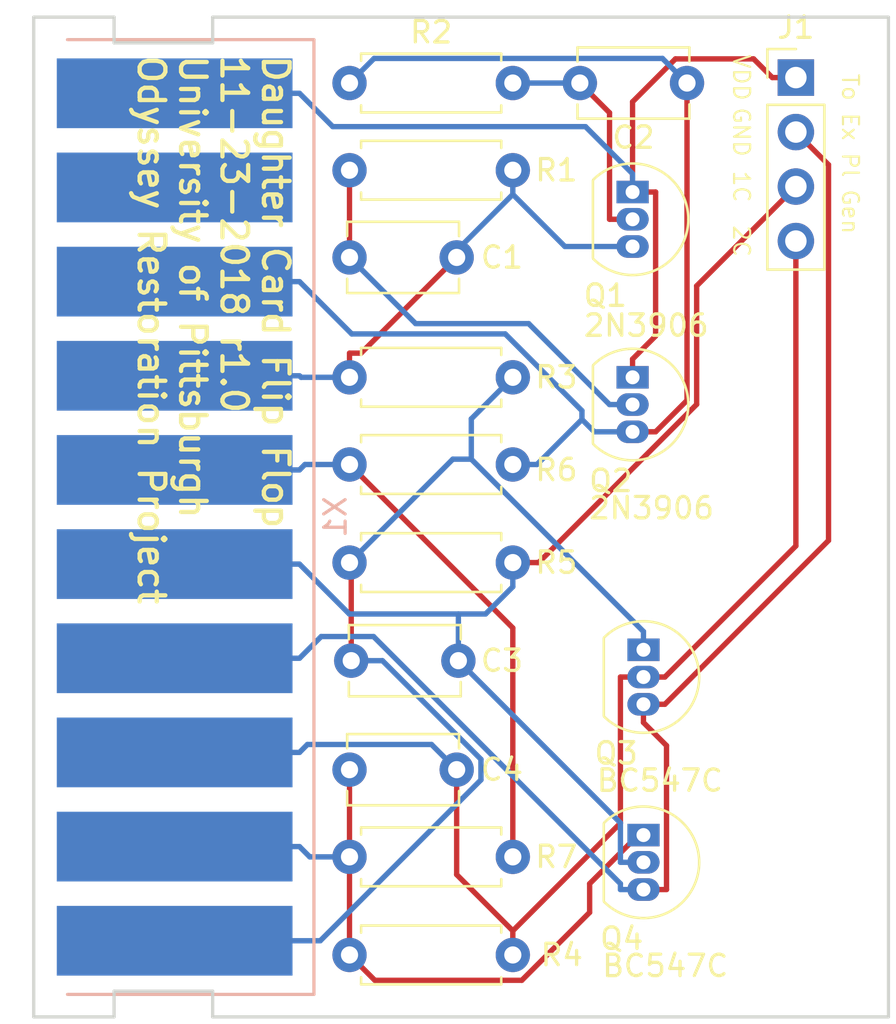
<source format=kicad_pcb>
(kicad_pcb (version 20171130) (host pcbnew "(5.0.1)-3")

  (general
    (thickness 1.6)
    (drawings 18)
    (tracks 121)
    (zones 0)
    (modules 17)
    (nets 12)
  )

  (page A4)
  (title_block
    (title "Odyssey Daughter Card Flip Flop")
    (date 2018-11-23)
    (rev 1.0)
    (company "University of Pittsburgh - Odyssey Restoration Project")
    (comment 1 "Levi Burner")
  )

  (layers
    (0 F.Cu signal)
    (31 B.Cu signal)
    (32 B.Adhes user)
    (33 F.Adhes user)
    (34 B.Paste user)
    (35 F.Paste user)
    (36 B.SilkS user)
    (37 F.SilkS user)
    (38 B.Mask user)
    (39 F.Mask user)
    (40 Dwgs.User user)
    (41 Cmts.User user)
    (42 Eco1.User user)
    (43 Eco2.User user)
    (44 Edge.Cuts user)
    (45 Margin user)
    (46 B.CrtYd user)
    (47 F.CrtYd user)
    (48 B.Fab user)
    (49 F.Fab user)
  )

  (setup
    (last_trace_width 0.25)
    (user_trace_width 2.5)
    (trace_clearance 0.2)
    (zone_clearance 0.508)
    (zone_45_only no)
    (trace_min 0.2)
    (segment_width 0.2)
    (edge_width 0.15)
    (via_size 0.8)
    (via_drill 0.4)
    (via_min_size 0.4)
    (via_min_drill 0.3)
    (uvia_size 0.3)
    (uvia_drill 0.1)
    (uvias_allowed no)
    (uvia_min_size 0.2)
    (uvia_min_drill 0.1)
    (pcb_text_width 0.3)
    (pcb_text_size 1.5 1.5)
    (mod_edge_width 0.15)
    (mod_text_size 1 1)
    (mod_text_width 0.15)
    (pad_size 1.05 1.5)
    (pad_drill 0.65)
    (pad_to_mask_clearance 0.2)
    (solder_mask_min_width 0.25)
    (aux_axis_origin 0 0)
    (visible_elements 7FFFFFFF)
    (pcbplotparams
      (layerselection 0x010f0_ffffffff)
      (usegerberextensions false)
      (usegerberattributes false)
      (usegerberadvancedattributes false)
      (creategerberjobfile false)
      (excludeedgelayer true)
      (linewidth 0.100000)
      (plotframeref false)
      (viasonmask false)
      (mode 1)
      (useauxorigin false)
      (hpglpennumber 1)
      (hpglpenspeed 20)
      (hpglpendiameter 15.000000)
      (psnegative false)
      (psa4output false)
      (plotreference true)
      (plotvalue true)
      (plotinvisibletext false)
      (padsonsilk false)
      (subtractmaskfromsilk false)
      (outputformat 1)
      (mirror false)
      (drillshape 0)
      (scaleselection 1)
      (outputdirectory "gerbers/"))
  )

  (net 0 "")
  (net 1 /Card7)
  (net 2 "Net-(C1-Pad1)")
  (net 3 "Net-(C2-Pad2)")
  (net 4 /Card8)
  (net 5 /Card5)
  (net 6 /Card1)
  (net 7 /Card2)
  (net 8 /Card3)
  (net 9 /Card10)
  (net 10 GND)
  (net 11 /Card6)

  (net_class Default "This is the default net class."
    (clearance 0.2)
    (trace_width 0.25)
    (via_dia 0.8)
    (via_drill 0.4)
    (uvia_dia 0.3)
    (uvia_drill 0.1)
    (add_net /Card1)
    (add_net /Card10)
    (add_net /Card2)
    (add_net /Card3)
    (add_net /Card5)
    (add_net /Card6)
    (add_net /Card7)
    (add_net /Card8)
    (add_net GND)
    (add_net "Net-(C1-Pad1)")
    (add_net "Net-(C2-Pad2)")
  )

  (module Odyssey_Daughter_Card:Odyssey_Daughter_Card (layer F.Cu) (tedit 5B0D8ECD) (tstamp 5B2441A7)
    (at 129 101)
    (path /5B0D981F)
    (fp_text reference X1 (at 7.5 0 90) (layer B.SilkS)
      (effects (font (size 1 1) (thickness 0.15)) (justify mirror))
    )
    (fp_text value OdysseyDaughterCard (at 0 -23.25) (layer F.Fab)
      (effects (font (size 1 1) (thickness 0.15)))
    )
    (fp_line (start -5 -22.25) (end 6.5 -22.25) (layer B.SilkS) (width 0.15))
    (fp_line (start 6.5 -22.25) (end 6.5 22.25) (layer B.SilkS) (width 0.15))
    (fp_line (start 6.5 22.25) (end -5 22.25) (layer B.SilkS) (width 0.15))
    (pad 10 smd rect (at 0 -19.75) (size 11 3.25) (layers B.Cu B.Mask)
      (net 9 /Card10))
    (pad 9 smd rect (at 0 -15.361112) (size 11 3.25) (layers B.Cu B.Mask))
    (pad 8 smd rect (at 0 -10.972224) (size 11 3.25) (layers B.Cu B.Mask)
      (net 4 /Card8))
    (pad 7 smd rect (at 0 -6.583336) (size 11 3.25) (layers B.Cu B.Mask)
      (net 1 /Card7))
    (pad 6 smd rect (at 0 -2.194448) (size 11 3.25) (layers B.Cu B.Mask)
      (net 11 /Card6))
    (pad 5 smd rect (at 0 2.19444) (size 11 3.25) (layers B.Cu B.Mask)
      (net 5 /Card5))
    (pad 4 smd rect (at 0 6.583328) (size 11 3.25) (layers B.Cu B.Mask)
      (net 10 GND))
    (pad 3 smd rect (at 0 10.972216) (size 11 3.25) (layers B.Cu B.Mask)
      (net 8 /Card3))
    (pad 2 smd rect (at 0 15.361104) (size 11 3.25) (layers B.Cu B.Mask)
      (net 7 /Card2))
    (pad 1 smd rect (at 0 19.749992) (size 11 3.25) (layers B.Cu B.Mask)
      (net 6 /Card1))
  )

  (module Capacitor_THT:C_Disc_D5.1mm_W3.2mm_P5.00mm (layer F.Cu) (tedit 5A142A3B) (tstamp 5B8EF54F)
    (at 137.16 88.9)
    (descr "C, Disc series, Radial, pin pitch=5.00mm, diameter*width=5.1*3.2mm^2, Capacitor, http://www.vishay.com/docs/45233/krseries.pdf")
    (tags "C Disc series Radial pin pitch 5.00mm  diameter 5.1mm width 3.2mm Capacitor")
    (path /5B785150)
    (fp_text reference C1 (at 7.112 0) (layer F.SilkS)
      (effects (font (size 1 1) (thickness 0.15)))
    )
    (fp_text value 0.1u (at 2.5 2.91) (layer F.Fab)
      (effects (font (size 1 1) (thickness 0.15)))
    )
    (fp_text user %R (at 2.5 0) (layer F.Fab)
      (effects (font (size 1 1) (thickness 0.15)))
    )
    (fp_line (start 6.05 -1.95) (end -1.05 -1.95) (layer F.CrtYd) (width 0.05))
    (fp_line (start 6.05 1.95) (end 6.05 -1.95) (layer F.CrtYd) (width 0.05))
    (fp_line (start -1.05 1.95) (end 6.05 1.95) (layer F.CrtYd) (width 0.05))
    (fp_line (start -1.05 -1.95) (end -1.05 1.95) (layer F.CrtYd) (width 0.05))
    (fp_line (start 5.11 0.996) (end 5.11 1.66) (layer F.SilkS) (width 0.12))
    (fp_line (start 5.11 -1.66) (end 5.11 -0.996) (layer F.SilkS) (width 0.12))
    (fp_line (start -0.11 0.996) (end -0.11 1.66) (layer F.SilkS) (width 0.12))
    (fp_line (start -0.11 -1.66) (end -0.11 -0.996) (layer F.SilkS) (width 0.12))
    (fp_line (start -0.11 1.66) (end 5.11 1.66) (layer F.SilkS) (width 0.12))
    (fp_line (start -0.11 -1.66) (end 5.11 -1.66) (layer F.SilkS) (width 0.12))
    (fp_line (start 5.05 -1.6) (end -0.05 -1.6) (layer F.Fab) (width 0.1))
    (fp_line (start 5.05 1.6) (end 5.05 -1.6) (layer F.Fab) (width 0.1))
    (fp_line (start -0.05 1.6) (end 5.05 1.6) (layer F.Fab) (width 0.1))
    (fp_line (start -0.05 -1.6) (end -0.05 1.6) (layer F.Fab) (width 0.1))
    (pad 2 thru_hole circle (at 5 0) (size 1.6 1.6) (drill 0.8) (layers *.Cu *.Mask)
      (net 1 /Card7))
    (pad 1 thru_hole circle (at 0 0) (size 1.6 1.6) (drill 0.8) (layers *.Cu *.Mask)
      (net 2 "Net-(C1-Pad1)"))
    (model ${KISYS3DMOD}/Capacitor_THT.3dshapes/C_Disc_D5.1mm_W3.2mm_P5.00mm.wrl
      (at (xyz 0 0 0))
      (scale (xyz 1 1 1))
      (rotate (xyz 0 0 0))
    )
  )

  (module Capacitor_THT:C_Disc_D5.1mm_W3.2mm_P5.00mm (layer F.Cu) (tedit 5A142A3B) (tstamp 5B8EF564)
    (at 152.908 80.772 180)
    (descr "C, Disc series, Radial, pin pitch=5.00mm, diameter*width=5.1*3.2mm^2, Capacitor, http://www.vishay.com/docs/45233/krseries.pdf")
    (tags "C Disc series Radial pin pitch 5.00mm  diameter 5.1mm width 3.2mm Capacitor")
    (path /5B784CAC)
    (fp_text reference C2 (at 2.5 -2.54 180) (layer F.SilkS)
      (effects (font (size 1 1) (thickness 0.15)))
    )
    (fp_text value 0.1u (at 2.5 2.91 180) (layer F.Fab)
      (effects (font (size 1 1) (thickness 0.15)))
    )
    (fp_text user %R (at 2.5 0 180) (layer F.Fab)
      (effects (font (size 1 1) (thickness 0.15)))
    )
    (fp_line (start 6.05 -1.95) (end -1.05 -1.95) (layer F.CrtYd) (width 0.05))
    (fp_line (start 6.05 1.95) (end 6.05 -1.95) (layer F.CrtYd) (width 0.05))
    (fp_line (start -1.05 1.95) (end 6.05 1.95) (layer F.CrtYd) (width 0.05))
    (fp_line (start -1.05 -1.95) (end -1.05 1.95) (layer F.CrtYd) (width 0.05))
    (fp_line (start 5.11 0.996) (end 5.11 1.66) (layer F.SilkS) (width 0.12))
    (fp_line (start 5.11 -1.66) (end 5.11 -0.996) (layer F.SilkS) (width 0.12))
    (fp_line (start -0.11 0.996) (end -0.11 1.66) (layer F.SilkS) (width 0.12))
    (fp_line (start -0.11 -1.66) (end -0.11 -0.996) (layer F.SilkS) (width 0.12))
    (fp_line (start -0.11 1.66) (end 5.11 1.66) (layer F.SilkS) (width 0.12))
    (fp_line (start -0.11 -1.66) (end 5.11 -1.66) (layer F.SilkS) (width 0.12))
    (fp_line (start 5.05 -1.6) (end -0.05 -1.6) (layer F.Fab) (width 0.1))
    (fp_line (start 5.05 1.6) (end 5.05 -1.6) (layer F.Fab) (width 0.1))
    (fp_line (start -0.05 1.6) (end 5.05 1.6) (layer F.Fab) (width 0.1))
    (fp_line (start -0.05 -1.6) (end -0.05 1.6) (layer F.Fab) (width 0.1))
    (pad 2 thru_hole circle (at 5 0 180) (size 1.6 1.6) (drill 0.8) (layers *.Cu *.Mask)
      (net 3 "Net-(C2-Pad2)"))
    (pad 1 thru_hole circle (at 0 0 180) (size 1.6 1.6) (drill 0.8) (layers *.Cu *.Mask)
      (net 4 /Card8))
    (model ${KISYS3DMOD}/Capacitor_THT.3dshapes/C_Disc_D5.1mm_W3.2mm_P5.00mm.wrl
      (at (xyz 0 0 0))
      (scale (xyz 1 1 1))
      (rotate (xyz 0 0 0))
    )
  )

  (module Capacitor_THT:C_Disc_D5.1mm_W3.2mm_P5.00mm (layer F.Cu) (tedit 5A142A3B) (tstamp 5B8EF579)
    (at 142.24 107.696 180)
    (descr "C, Disc series, Radial, pin pitch=5.00mm, diameter*width=5.1*3.2mm^2, Capacitor, http://www.vishay.com/docs/45233/krseries.pdf")
    (tags "C Disc series Radial pin pitch 5.00mm  diameter 5.1mm width 3.2mm Capacitor")
    (path /5B785102)
    (fp_text reference C3 (at -2.032 0 180) (layer F.SilkS)
      (effects (font (size 1 1) (thickness 0.15)))
    )
    (fp_text value 100p (at 2.5 2.91 180) (layer F.Fab)
      (effects (font (size 1 1) (thickness 0.15)))
    )
    (fp_line (start -0.05 -1.6) (end -0.05 1.6) (layer F.Fab) (width 0.1))
    (fp_line (start -0.05 1.6) (end 5.05 1.6) (layer F.Fab) (width 0.1))
    (fp_line (start 5.05 1.6) (end 5.05 -1.6) (layer F.Fab) (width 0.1))
    (fp_line (start 5.05 -1.6) (end -0.05 -1.6) (layer F.Fab) (width 0.1))
    (fp_line (start -0.11 -1.66) (end 5.11 -1.66) (layer F.SilkS) (width 0.12))
    (fp_line (start -0.11 1.66) (end 5.11 1.66) (layer F.SilkS) (width 0.12))
    (fp_line (start -0.11 -1.66) (end -0.11 -0.996) (layer F.SilkS) (width 0.12))
    (fp_line (start -0.11 0.996) (end -0.11 1.66) (layer F.SilkS) (width 0.12))
    (fp_line (start 5.11 -1.66) (end 5.11 -0.996) (layer F.SilkS) (width 0.12))
    (fp_line (start 5.11 0.996) (end 5.11 1.66) (layer F.SilkS) (width 0.12))
    (fp_line (start -1.05 -1.95) (end -1.05 1.95) (layer F.CrtYd) (width 0.05))
    (fp_line (start -1.05 1.95) (end 6.05 1.95) (layer F.CrtYd) (width 0.05))
    (fp_line (start 6.05 1.95) (end 6.05 -1.95) (layer F.CrtYd) (width 0.05))
    (fp_line (start 6.05 -1.95) (end -1.05 -1.95) (layer F.CrtYd) (width 0.05))
    (fp_text user %R (at 2.5 0 180) (layer F.Fab)
      (effects (font (size 1 1) (thickness 0.15)))
    )
    (pad 1 thru_hole circle (at 0 0 180) (size 1.6 1.6) (drill 0.8) (layers *.Cu *.Mask)
      (net 5 /Card5))
    (pad 2 thru_hole circle (at 5 0 180) (size 1.6 1.6) (drill 0.8) (layers *.Cu *.Mask)
      (net 6 /Card1))
    (model ${KISYS3DMOD}/Capacitor_THT.3dshapes/C_Disc_D5.1mm_W3.2mm_P5.00mm.wrl
      (at (xyz 0 0 0))
      (scale (xyz 1 1 1))
      (rotate (xyz 0 0 0))
    )
  )

  (module Capacitor_THT:C_Disc_D5.1mm_W3.2mm_P5.00mm (layer F.Cu) (tedit 5A142A3B) (tstamp 5B8EF58E)
    (at 137.16 112.776)
    (descr "C, Disc series, Radial, pin pitch=5.00mm, diameter*width=5.1*3.2mm^2, Capacitor, http://www.vishay.com/docs/45233/krseries.pdf")
    (tags "C Disc series Radial pin pitch 5.00mm  diameter 5.1mm width 3.2mm Capacitor")
    (path /5B784C18)
    (fp_text reference C4 (at 7.112 0) (layer F.SilkS)
      (effects (font (size 1 1) (thickness 0.15)))
    )
    (fp_text value 100p (at 2.5 2.91) (layer F.Fab)
      (effects (font (size 1 1) (thickness 0.15)))
    )
    (fp_line (start -0.05 -1.6) (end -0.05 1.6) (layer F.Fab) (width 0.1))
    (fp_line (start -0.05 1.6) (end 5.05 1.6) (layer F.Fab) (width 0.1))
    (fp_line (start 5.05 1.6) (end 5.05 -1.6) (layer F.Fab) (width 0.1))
    (fp_line (start 5.05 -1.6) (end -0.05 -1.6) (layer F.Fab) (width 0.1))
    (fp_line (start -0.11 -1.66) (end 5.11 -1.66) (layer F.SilkS) (width 0.12))
    (fp_line (start -0.11 1.66) (end 5.11 1.66) (layer F.SilkS) (width 0.12))
    (fp_line (start -0.11 -1.66) (end -0.11 -0.996) (layer F.SilkS) (width 0.12))
    (fp_line (start -0.11 0.996) (end -0.11 1.66) (layer F.SilkS) (width 0.12))
    (fp_line (start 5.11 -1.66) (end 5.11 -0.996) (layer F.SilkS) (width 0.12))
    (fp_line (start 5.11 0.996) (end 5.11 1.66) (layer F.SilkS) (width 0.12))
    (fp_line (start -1.05 -1.95) (end -1.05 1.95) (layer F.CrtYd) (width 0.05))
    (fp_line (start -1.05 1.95) (end 6.05 1.95) (layer F.CrtYd) (width 0.05))
    (fp_line (start 6.05 1.95) (end 6.05 -1.95) (layer F.CrtYd) (width 0.05))
    (fp_line (start 6.05 -1.95) (end -1.05 -1.95) (layer F.CrtYd) (width 0.05))
    (fp_text user %R (at 2.5 0) (layer F.Fab)
      (effects (font (size 1 1) (thickness 0.15)))
    )
    (pad 1 thru_hole circle (at 0 0) (size 1.6 1.6) (drill 0.8) (layers *.Cu *.Mask)
      (net 7 /Card2))
    (pad 2 thru_hole circle (at 5 0) (size 1.6 1.6) (drill 0.8) (layers *.Cu *.Mask)
      (net 8 /Card3))
    (model ${KISYS3DMOD}/Capacitor_THT.3dshapes/C_Disc_D5.1mm_W3.2mm_P5.00mm.wrl
      (at (xyz 0 0 0))
      (scale (xyz 1 1 1))
      (rotate (xyz 0 0 0))
    )
  )

  (module Package_TO_SOT_THT:TO-92_Inline (layer F.Cu) (tedit 5B784CAA) (tstamp 5B8EF5A0)
    (at 150.368 85.852 270)
    (descr "TO-92 leads in-line, narrow, oval pads, drill 0.75mm (see NXP sot054_po.pdf)")
    (tags "to-92 sc-43 sc-43a sot54 PA33 transistor")
    (path /5B7844FC)
    (fp_text reference Q1 (at 4.826 1.27) (layer F.SilkS)
      (effects (font (size 1 1) (thickness 0.15)))
    )
    (fp_text value 2N3906 (at 6.223 -0.635) (layer F.SilkS)
      (effects (font (size 1 1) (thickness 0.15)))
    )
    (fp_text user %R (at 4.826 1.27) (layer F.Fab)
      (effects (font (size 1 1) (thickness 0.15)))
    )
    (fp_line (start -0.53 1.85) (end 3.07 1.85) (layer F.SilkS) (width 0.12))
    (fp_line (start -0.5 1.75) (end 3 1.75) (layer F.Fab) (width 0.1))
    (fp_line (start -1.46 -2.73) (end 4 -2.73) (layer F.CrtYd) (width 0.05))
    (fp_line (start -1.46 -2.73) (end -1.46 2.01) (layer F.CrtYd) (width 0.05))
    (fp_line (start 4 2.01) (end 4 -2.73) (layer F.CrtYd) (width 0.05))
    (fp_line (start 4 2.01) (end -1.46 2.01) (layer F.CrtYd) (width 0.05))
    (fp_arc (start 1.27 0) (end 1.27 -2.48) (angle 135) (layer F.Fab) (width 0.1))
    (fp_arc (start 1.27 0) (end 1.27 -2.6) (angle -135) (layer F.SilkS) (width 0.12))
    (fp_arc (start 1.27 0) (end 1.27 -2.48) (angle -135) (layer F.Fab) (width 0.1))
    (fp_arc (start 1.27 0) (end 1.27 -2.6) (angle 135) (layer F.SilkS) (width 0.12))
    (pad 2 thru_hole oval (at 1.27 0 270) (size 1.05 1.5) (drill 0.65) (layers *.Cu *.Mask)
      (net 3 "Net-(C2-Pad2)"))
    (pad 3 thru_hole oval (at 2.54 0 270) (size 1.05 1.5) (drill 0.65) (layers *.Cu *.Mask)
      (net 1 /Card7))
    (pad 1 thru_hole rect (at 0 0 270) (size 1.05 1.5) (drill 0.65) (layers *.Cu *.Mask)
      (net 9 /Card10))
    (model ${KISYS3DMOD}/Package_TO_SOT_THT.3dshapes/TO-92_Inline.wrl
      (at (xyz 0 0 0))
      (scale (xyz 1 1 1))
      (rotate (xyz 0 0 0))
    )
  )

  (module Package_TO_SOT_THT:TO-92_Inline (layer F.Cu) (tedit 5B784CB7) (tstamp 5B8EF5B2)
    (at 150.368 94.488 270)
    (descr "TO-92 leads in-line, narrow, oval pads, drill 0.75mm (see NXP sot054_po.pdf)")
    (tags "to-92 sc-43 sc-43a sot54 PA33 transistor")
    (path /5B784524)
    (fp_text reference Q2 (at 4.826 1.016) (layer F.SilkS)
      (effects (font (size 1 1) (thickness 0.15)))
    )
    (fp_text value 2N3906 (at 6.096 -0.889) (layer F.SilkS)
      (effects (font (size 1 1) (thickness 0.15)))
    )
    (fp_arc (start 1.27 0) (end 1.27 -2.6) (angle 135) (layer F.SilkS) (width 0.12))
    (fp_arc (start 1.27 0) (end 1.27 -2.48) (angle -135) (layer F.Fab) (width 0.1))
    (fp_arc (start 1.27 0) (end 1.27 -2.6) (angle -135) (layer F.SilkS) (width 0.12))
    (fp_arc (start 1.27 0) (end 1.27 -2.48) (angle 135) (layer F.Fab) (width 0.1))
    (fp_line (start 4 2.01) (end -1.46 2.01) (layer F.CrtYd) (width 0.05))
    (fp_line (start 4 2.01) (end 4 -2.73) (layer F.CrtYd) (width 0.05))
    (fp_line (start -1.46 -2.73) (end -1.46 2.01) (layer F.CrtYd) (width 0.05))
    (fp_line (start -1.46 -2.73) (end 4 -2.73) (layer F.CrtYd) (width 0.05))
    (fp_line (start -0.5 1.75) (end 3 1.75) (layer F.Fab) (width 0.1))
    (fp_line (start -0.53 1.85) (end 3.07 1.85) (layer F.SilkS) (width 0.12))
    (fp_text user %R (at 4.826 1.016) (layer F.Fab)
      (effects (font (size 1 1) (thickness 0.15)))
    )
    (pad 1 thru_hole rect (at 0 0 270) (size 1.05 1.5) (drill 0.65) (layers *.Cu *.Mask)
      (net 9 /Card10))
    (pad 3 thru_hole oval (at 2.54 0 270) (size 1.05 1.5) (drill 0.65) (layers *.Cu *.Mask)
      (net 4 /Card8))
    (pad 2 thru_hole oval (at 1.27 0 270) (size 1.05 1.5) (drill 0.65) (layers *.Cu *.Mask)
      (net 2 "Net-(C1-Pad1)"))
    (model ${KISYS3DMOD}/Package_TO_SOT_THT.3dshapes/TO-92_Inline.wrl
      (at (xyz 0 0 0))
      (scale (xyz 1 1 1))
      (rotate (xyz 0 0 0))
    )
  )

  (module Package_TO_SOT_THT:TO-92_Inline (layer F.Cu) (tedit 5B784CC5) (tstamp 5B8EF5C4)
    (at 150.876 107.188 270)
    (descr "TO-92 leads in-line, narrow, oval pads, drill 0.75mm (see NXP sot054_po.pdf)")
    (tags "to-92 sc-43 sc-43a sot54 PA33 transistor")
    (path /5B7845A4)
    (fp_text reference Q3 (at 4.826 1.27) (layer F.SilkS)
      (effects (font (size 1 1) (thickness 0.15)))
    )
    (fp_text value BC547C (at 6.096 -0.762) (layer F.SilkS)
      (effects (font (size 1 1) (thickness 0.15)))
    )
    (fp_text user %R (at 4.826 1.27) (layer F.Fab)
      (effects (font (size 1 1) (thickness 0.15)))
    )
    (fp_line (start -0.53 1.85) (end 3.07 1.85) (layer F.SilkS) (width 0.12))
    (fp_line (start -0.5 1.75) (end 3 1.75) (layer F.Fab) (width 0.1))
    (fp_line (start -1.46 -2.73) (end 4 -2.73) (layer F.CrtYd) (width 0.05))
    (fp_line (start -1.46 -2.73) (end -1.46 2.01) (layer F.CrtYd) (width 0.05))
    (fp_line (start 4 2.01) (end 4 -2.73) (layer F.CrtYd) (width 0.05))
    (fp_line (start 4 2.01) (end -1.46 2.01) (layer F.CrtYd) (width 0.05))
    (fp_arc (start 1.27 0) (end 1.27 -2.48) (angle 135) (layer F.Fab) (width 0.1))
    (fp_arc (start 1.27 0) (end 1.27 -2.6) (angle -135) (layer F.SilkS) (width 0.12))
    (fp_arc (start 1.27 0) (end 1.27 -2.48) (angle -135) (layer F.Fab) (width 0.1))
    (fp_arc (start 1.27 0) (end 1.27 -2.6) (angle 135) (layer F.SilkS) (width 0.12))
    (pad 2 thru_hole oval (at 1.27 0 270) (size 1.05 1.5) (drill 0.65) (layers *.Cu *.Mask)
      (net 8 /Card3))
    (pad 3 thru_hole oval (at 2.54 0 270) (size 1.05 1.5) (drill 0.65) (layers *.Cu *.Mask)
      (net 10 GND))
    (pad 1 thru_hole rect (at 0 0 270) (size 1.05 1.5) (drill 0.65) (layers *.Cu *.Mask)
      (net 6 /Card1))
    (model ${KISYS3DMOD}/Package_TO_SOT_THT.3dshapes/TO-92_Inline.wrl
      (at (xyz 0 0 0))
      (scale (xyz 1 1 1))
      (rotate (xyz 0 0 0))
    )
  )

  (module Package_TO_SOT_THT:TO-92_Inline (layer F.Cu) (tedit 5B784CD2) (tstamp 5B8EF5D6)
    (at 150.876 115.824 270)
    (descr "TO-92 leads in-line, narrow, oval pads, drill 0.75mm (see NXP sot054_po.pdf)")
    (tags "to-92 sc-43 sc-43a sot54 PA33 transistor")
    (path /5B7845DC)
    (fp_text reference Q4 (at 4.826 1.016) (layer F.SilkS)
      (effects (font (size 1 1) (thickness 0.15)))
    )
    (fp_text value BC547C (at 6.096 -1.016) (layer F.SilkS)
      (effects (font (size 1 1) (thickness 0.15)))
    )
    (fp_arc (start 1.27 0) (end 1.27 -2.6) (angle 135) (layer F.SilkS) (width 0.12))
    (fp_arc (start 1.27 0) (end 1.27 -2.48) (angle -135) (layer F.Fab) (width 0.1))
    (fp_arc (start 1.27 0) (end 1.27 -2.6) (angle -135) (layer F.SilkS) (width 0.12))
    (fp_arc (start 1.27 0) (end 1.27 -2.48) (angle 135) (layer F.Fab) (width 0.1))
    (fp_line (start 4 2.01) (end -1.46 2.01) (layer F.CrtYd) (width 0.05))
    (fp_line (start 4 2.01) (end 4 -2.73) (layer F.CrtYd) (width 0.05))
    (fp_line (start -1.46 -2.73) (end -1.46 2.01) (layer F.CrtYd) (width 0.05))
    (fp_line (start -1.46 -2.73) (end 4 -2.73) (layer F.CrtYd) (width 0.05))
    (fp_line (start -0.5 1.75) (end 3 1.75) (layer F.Fab) (width 0.1))
    (fp_line (start -0.53 1.85) (end 3.07 1.85) (layer F.SilkS) (width 0.12))
    (fp_text user %R (at 4.826 1.016) (layer F.Fab)
      (effects (font (size 1 1) (thickness 0.15)))
    )
    (pad 1 thru_hole rect (at 0 0 270) (size 1.05 1.5) (drill 0.65) (layers *.Cu *.Mask)
      (net 7 /Card2))
    (pad 3 thru_hole oval (at 2.54 0 270) (size 1.05 1.5) (drill 0.65) (layers *.Cu *.Mask)
      (net 10 GND))
    (pad 2 thru_hole oval (at 1.27 0 270) (size 1.05 1.5) (drill 0.65) (layers *.Cu *.Mask)
      (net 5 /Card5))
    (model ${KISYS3DMOD}/Package_TO_SOT_THT.3dshapes/TO-92_Inline.wrl
      (at (xyz 0 0 0))
      (scale (xyz 1 1 1))
      (rotate (xyz 0 0 0))
    )
  )

  (module Resistor_THT:R_Axial_DIN0207_L6.3mm_D2.5mm_P7.62mm_Horizontal (layer F.Cu) (tedit 5A24F4B6) (tstamp 5B8EF5ED)
    (at 137.16 84.836)
    (descr "Resistor, Axial_DIN0207 series, Axial, Horizontal, pin pitch=7.62mm, 0.25W = 1/4W, length*diameter=6.3*2.5mm^2, http://cdn-reichelt.de/documents/datenblatt/B400/1_4W%23YAG.pdf")
    (tags "Resistor Axial_DIN0207 series Axial Horizontal pin pitch 7.62mm 0.25W = 1/4W length 6.3mm diameter 2.5mm")
    (path /5B78468C)
    (fp_text reference R1 (at 9.652 0) (layer F.SilkS)
      (effects (font (size 1 1) (thickness 0.15)))
    )
    (fp_text value 47k (at 3.81 2.37) (layer F.Fab)
      (effects (font (size 1 1) (thickness 0.15)))
    )
    (fp_line (start 0.66 -1.25) (end 0.66 1.25) (layer F.Fab) (width 0.1))
    (fp_line (start 0.66 1.25) (end 6.96 1.25) (layer F.Fab) (width 0.1))
    (fp_line (start 6.96 1.25) (end 6.96 -1.25) (layer F.Fab) (width 0.1))
    (fp_line (start 6.96 -1.25) (end 0.66 -1.25) (layer F.Fab) (width 0.1))
    (fp_line (start 0 0) (end 0.66 0) (layer F.Fab) (width 0.1))
    (fp_line (start 7.62 0) (end 6.96 0) (layer F.Fab) (width 0.1))
    (fp_line (start 0.54 -1.04) (end 0.54 -1.37) (layer F.SilkS) (width 0.12))
    (fp_line (start 0.54 -1.37) (end 7.08 -1.37) (layer F.SilkS) (width 0.12))
    (fp_line (start 7.08 -1.37) (end 7.08 -1.04) (layer F.SilkS) (width 0.12))
    (fp_line (start 0.54 1.04) (end 0.54 1.37) (layer F.SilkS) (width 0.12))
    (fp_line (start 0.54 1.37) (end 7.08 1.37) (layer F.SilkS) (width 0.12))
    (fp_line (start 7.08 1.37) (end 7.08 1.04) (layer F.SilkS) (width 0.12))
    (fp_line (start -1.05 -1.65) (end -1.05 1.65) (layer F.CrtYd) (width 0.05))
    (fp_line (start -1.05 1.65) (end 8.7 1.65) (layer F.CrtYd) (width 0.05))
    (fp_line (start 8.7 1.65) (end 8.7 -1.65) (layer F.CrtYd) (width 0.05))
    (fp_line (start 8.7 -1.65) (end -1.05 -1.65) (layer F.CrtYd) (width 0.05))
    (fp_text user %R (at 3.81 0) (layer F.Fab)
      (effects (font (size 1 1) (thickness 0.15)))
    )
    (pad 1 thru_hole circle (at 0 0) (size 1.6 1.6) (drill 0.8) (layers *.Cu *.Mask)
      (net 2 "Net-(C1-Pad1)"))
    (pad 2 thru_hole oval (at 7.62 0) (size 1.6 1.6) (drill 0.8) (layers *.Cu *.Mask)
      (net 1 /Card7))
    (model ${KISYS3DMOD}/Resistor_THT.3dshapes/R_Axial_DIN0207_L6.3mm_D2.5mm_P7.62mm_Horizontal.wrl
      (at (xyz 0 0 0))
      (scale (xyz 1 1 1))
      (rotate (xyz 0 0 0))
    )
  )

  (module Resistor_THT:R_Axial_DIN0207_L6.3mm_D2.5mm_P7.62mm_Horizontal (layer F.Cu) (tedit 5A24F4B6) (tstamp 5B8EF604)
    (at 137.16 80.772)
    (descr "Resistor, Axial_DIN0207 series, Axial, Horizontal, pin pitch=7.62mm, 0.25W = 1/4W, length*diameter=6.3*2.5mm^2, http://cdn-reichelt.de/documents/datenblatt/B400/1_4W%23YAG.pdf")
    (tags "Resistor Axial_DIN0207 series Axial Horizontal pin pitch 7.62mm 0.25W = 1/4W length 6.3mm diameter 2.5mm")
    (path /5B7846E9)
    (fp_text reference R2 (at 3.81 -2.37) (layer F.SilkS)
      (effects (font (size 1 1) (thickness 0.15)))
    )
    (fp_text value 47k (at 3.81 2.37) (layer F.Fab)
      (effects (font (size 1 1) (thickness 0.15)))
    )
    (fp_text user %R (at 3.81 0) (layer F.Fab)
      (effects (font (size 1 1) (thickness 0.15)))
    )
    (fp_line (start 8.7 -1.65) (end -1.05 -1.65) (layer F.CrtYd) (width 0.05))
    (fp_line (start 8.7 1.65) (end 8.7 -1.65) (layer F.CrtYd) (width 0.05))
    (fp_line (start -1.05 1.65) (end 8.7 1.65) (layer F.CrtYd) (width 0.05))
    (fp_line (start -1.05 -1.65) (end -1.05 1.65) (layer F.CrtYd) (width 0.05))
    (fp_line (start 7.08 1.37) (end 7.08 1.04) (layer F.SilkS) (width 0.12))
    (fp_line (start 0.54 1.37) (end 7.08 1.37) (layer F.SilkS) (width 0.12))
    (fp_line (start 0.54 1.04) (end 0.54 1.37) (layer F.SilkS) (width 0.12))
    (fp_line (start 7.08 -1.37) (end 7.08 -1.04) (layer F.SilkS) (width 0.12))
    (fp_line (start 0.54 -1.37) (end 7.08 -1.37) (layer F.SilkS) (width 0.12))
    (fp_line (start 0.54 -1.04) (end 0.54 -1.37) (layer F.SilkS) (width 0.12))
    (fp_line (start 7.62 0) (end 6.96 0) (layer F.Fab) (width 0.1))
    (fp_line (start 0 0) (end 0.66 0) (layer F.Fab) (width 0.1))
    (fp_line (start 6.96 -1.25) (end 0.66 -1.25) (layer F.Fab) (width 0.1))
    (fp_line (start 6.96 1.25) (end 6.96 -1.25) (layer F.Fab) (width 0.1))
    (fp_line (start 0.66 1.25) (end 6.96 1.25) (layer F.Fab) (width 0.1))
    (fp_line (start 0.66 -1.25) (end 0.66 1.25) (layer F.Fab) (width 0.1))
    (pad 2 thru_hole oval (at 7.62 0) (size 1.6 1.6) (drill 0.8) (layers *.Cu *.Mask)
      (net 3 "Net-(C2-Pad2)"))
    (pad 1 thru_hole circle (at 0 0) (size 1.6 1.6) (drill 0.8) (layers *.Cu *.Mask)
      (net 4 /Card8))
    (model ${KISYS3DMOD}/Resistor_THT.3dshapes/R_Axial_DIN0207_L6.3mm_D2.5mm_P7.62mm_Horizontal.wrl
      (at (xyz 0 0 0))
      (scale (xyz 1 1 1))
      (rotate (xyz 0 0 0))
    )
  )

  (module Resistor_THT:R_Axial_DIN0207_L6.3mm_D2.5mm_P7.62mm_Horizontal (layer F.Cu) (tedit 5A24F4B6) (tstamp 5B8EF61B)
    (at 144.78 94.488 180)
    (descr "Resistor, Axial_DIN0207 series, Axial, Horizontal, pin pitch=7.62mm, 0.25W = 1/4W, length*diameter=6.3*2.5mm^2, http://cdn-reichelt.de/documents/datenblatt/B400/1_4W%23YAG.pdf")
    (tags "Resistor Axial_DIN0207 series Axial Horizontal pin pitch 7.62mm 0.25W = 1/4W length 6.3mm diameter 2.5mm")
    (path /5B784745)
    (fp_text reference R3 (at -2.032 0 180) (layer F.SilkS)
      (effects (font (size 1 1) (thickness 0.15)))
    )
    (fp_text value 2.2k (at 3.81 2.37 180) (layer F.Fab)
      (effects (font (size 1 1) (thickness 0.15)))
    )
    (fp_text user %R (at 3.81 0 180) (layer F.Fab)
      (effects (font (size 1 1) (thickness 0.15)))
    )
    (fp_line (start 8.7 -1.65) (end -1.05 -1.65) (layer F.CrtYd) (width 0.05))
    (fp_line (start 8.7 1.65) (end 8.7 -1.65) (layer F.CrtYd) (width 0.05))
    (fp_line (start -1.05 1.65) (end 8.7 1.65) (layer F.CrtYd) (width 0.05))
    (fp_line (start -1.05 -1.65) (end -1.05 1.65) (layer F.CrtYd) (width 0.05))
    (fp_line (start 7.08 1.37) (end 7.08 1.04) (layer F.SilkS) (width 0.12))
    (fp_line (start 0.54 1.37) (end 7.08 1.37) (layer F.SilkS) (width 0.12))
    (fp_line (start 0.54 1.04) (end 0.54 1.37) (layer F.SilkS) (width 0.12))
    (fp_line (start 7.08 -1.37) (end 7.08 -1.04) (layer F.SilkS) (width 0.12))
    (fp_line (start 0.54 -1.37) (end 7.08 -1.37) (layer F.SilkS) (width 0.12))
    (fp_line (start 0.54 -1.04) (end 0.54 -1.37) (layer F.SilkS) (width 0.12))
    (fp_line (start 7.62 0) (end 6.96 0) (layer F.Fab) (width 0.1))
    (fp_line (start 0 0) (end 0.66 0) (layer F.Fab) (width 0.1))
    (fp_line (start 6.96 -1.25) (end 0.66 -1.25) (layer F.Fab) (width 0.1))
    (fp_line (start 6.96 1.25) (end 6.96 -1.25) (layer F.Fab) (width 0.1))
    (fp_line (start 0.66 1.25) (end 6.96 1.25) (layer F.Fab) (width 0.1))
    (fp_line (start 0.66 -1.25) (end 0.66 1.25) (layer F.Fab) (width 0.1))
    (pad 2 thru_hole oval (at 7.62 0 180) (size 1.6 1.6) (drill 0.8) (layers *.Cu *.Mask)
      (net 1 /Card7))
    (pad 1 thru_hole circle (at 0 0 180) (size 1.6 1.6) (drill 0.8) (layers *.Cu *.Mask)
      (net 6 /Card1))
    (model ${KISYS3DMOD}/Resistor_THT.3dshapes/R_Axial_DIN0207_L6.3mm_D2.5mm_P7.62mm_Horizontal.wrl
      (at (xyz 0 0 0))
      (scale (xyz 1 1 1))
      (rotate (xyz 0 0 0))
    )
  )

  (module Resistor_THT:R_Axial_DIN0207_L6.3mm_D2.5mm_P7.62mm_Horizontal (layer F.Cu) (tedit 5A24F4B6) (tstamp 5B8EF632)
    (at 137.16 121.412)
    (descr "Resistor, Axial_DIN0207 series, Axial, Horizontal, pin pitch=7.62mm, 0.25W = 1/4W, length*diameter=6.3*2.5mm^2, http://cdn-reichelt.de/documents/datenblatt/B400/1_4W%23YAG.pdf")
    (tags "Resistor Axial_DIN0207 series Axial Horizontal pin pitch 7.62mm 0.25W = 1/4W length 6.3mm diameter 2.5mm")
    (path /5B784850)
    (fp_text reference R4 (at 9.906 0) (layer F.SilkS)
      (effects (font (size 1 1) (thickness 0.15)))
    )
    (fp_text value 47k (at 3.81 2.37) (layer F.Fab)
      (effects (font (size 1 1) (thickness 0.15)))
    )
    (fp_text user %R (at 3.81 0) (layer F.Fab)
      (effects (font (size 1 1) (thickness 0.15)))
    )
    (fp_line (start 8.7 -1.65) (end -1.05 -1.65) (layer F.CrtYd) (width 0.05))
    (fp_line (start 8.7 1.65) (end 8.7 -1.65) (layer F.CrtYd) (width 0.05))
    (fp_line (start -1.05 1.65) (end 8.7 1.65) (layer F.CrtYd) (width 0.05))
    (fp_line (start -1.05 -1.65) (end -1.05 1.65) (layer F.CrtYd) (width 0.05))
    (fp_line (start 7.08 1.37) (end 7.08 1.04) (layer F.SilkS) (width 0.12))
    (fp_line (start 0.54 1.37) (end 7.08 1.37) (layer F.SilkS) (width 0.12))
    (fp_line (start 0.54 1.04) (end 0.54 1.37) (layer F.SilkS) (width 0.12))
    (fp_line (start 7.08 -1.37) (end 7.08 -1.04) (layer F.SilkS) (width 0.12))
    (fp_line (start 0.54 -1.37) (end 7.08 -1.37) (layer F.SilkS) (width 0.12))
    (fp_line (start 0.54 -1.04) (end 0.54 -1.37) (layer F.SilkS) (width 0.12))
    (fp_line (start 7.62 0) (end 6.96 0) (layer F.Fab) (width 0.1))
    (fp_line (start 0 0) (end 0.66 0) (layer F.Fab) (width 0.1))
    (fp_line (start 6.96 -1.25) (end 0.66 -1.25) (layer F.Fab) (width 0.1))
    (fp_line (start 6.96 1.25) (end 6.96 -1.25) (layer F.Fab) (width 0.1))
    (fp_line (start 0.66 1.25) (end 6.96 1.25) (layer F.Fab) (width 0.1))
    (fp_line (start 0.66 -1.25) (end 0.66 1.25) (layer F.Fab) (width 0.1))
    (pad 2 thru_hole oval (at 7.62 0) (size 1.6 1.6) (drill 0.8) (layers *.Cu *.Mask)
      (net 8 /Card3))
    (pad 1 thru_hole circle (at 0 0) (size 1.6 1.6) (drill 0.8) (layers *.Cu *.Mask)
      (net 7 /Card2))
    (model ${KISYS3DMOD}/Resistor_THT.3dshapes/R_Axial_DIN0207_L6.3mm_D2.5mm_P7.62mm_Horizontal.wrl
      (at (xyz 0 0 0))
      (scale (xyz 1 1 1))
      (rotate (xyz 0 0 0))
    )
  )

  (module Resistor_THT:R_Axial_DIN0207_L6.3mm_D2.5mm_P7.62mm_Horizontal (layer F.Cu) (tedit 5A24F4B6) (tstamp 5B8EF649)
    (at 137.16 103.124)
    (descr "Resistor, Axial_DIN0207 series, Axial, Horizontal, pin pitch=7.62mm, 0.25W = 1/4W, length*diameter=6.3*2.5mm^2, http://cdn-reichelt.de/documents/datenblatt/B400/1_4W%23YAG.pdf")
    (tags "Resistor Axial_DIN0207 series Axial Horizontal pin pitch 7.62mm 0.25W = 1/4W length 6.3mm diameter 2.5mm")
    (path /5B784803)
    (fp_text reference R5 (at 9.652 0) (layer F.SilkS)
      (effects (font (size 1 1) (thickness 0.15)))
    )
    (fp_text value 47k (at 3.81 2.37) (layer F.Fab)
      (effects (font (size 1 1) (thickness 0.15)))
    )
    (fp_line (start 0.66 -1.25) (end 0.66 1.25) (layer F.Fab) (width 0.1))
    (fp_line (start 0.66 1.25) (end 6.96 1.25) (layer F.Fab) (width 0.1))
    (fp_line (start 6.96 1.25) (end 6.96 -1.25) (layer F.Fab) (width 0.1))
    (fp_line (start 6.96 -1.25) (end 0.66 -1.25) (layer F.Fab) (width 0.1))
    (fp_line (start 0 0) (end 0.66 0) (layer F.Fab) (width 0.1))
    (fp_line (start 7.62 0) (end 6.96 0) (layer F.Fab) (width 0.1))
    (fp_line (start 0.54 -1.04) (end 0.54 -1.37) (layer F.SilkS) (width 0.12))
    (fp_line (start 0.54 -1.37) (end 7.08 -1.37) (layer F.SilkS) (width 0.12))
    (fp_line (start 7.08 -1.37) (end 7.08 -1.04) (layer F.SilkS) (width 0.12))
    (fp_line (start 0.54 1.04) (end 0.54 1.37) (layer F.SilkS) (width 0.12))
    (fp_line (start 0.54 1.37) (end 7.08 1.37) (layer F.SilkS) (width 0.12))
    (fp_line (start 7.08 1.37) (end 7.08 1.04) (layer F.SilkS) (width 0.12))
    (fp_line (start -1.05 -1.65) (end -1.05 1.65) (layer F.CrtYd) (width 0.05))
    (fp_line (start -1.05 1.65) (end 8.7 1.65) (layer F.CrtYd) (width 0.05))
    (fp_line (start 8.7 1.65) (end 8.7 -1.65) (layer F.CrtYd) (width 0.05))
    (fp_line (start 8.7 -1.65) (end -1.05 -1.65) (layer F.CrtYd) (width 0.05))
    (fp_text user %R (at 3.81 0) (layer F.Fab)
      (effects (font (size 1 1) (thickness 0.15)))
    )
    (pad 1 thru_hole circle (at 0 0) (size 1.6 1.6) (drill 0.8) (layers *.Cu *.Mask)
      (net 6 /Card1))
    (pad 2 thru_hole oval (at 7.62 0) (size 1.6 1.6) (drill 0.8) (layers *.Cu *.Mask)
      (net 5 /Card5))
    (model ${KISYS3DMOD}/Resistor_THT.3dshapes/R_Axial_DIN0207_L6.3mm_D2.5mm_P7.62mm_Horizontal.wrl
      (at (xyz 0 0 0))
      (scale (xyz 1 1 1))
      (rotate (xyz 0 0 0))
    )
  )

  (module Resistor_THT:R_Axial_DIN0207_L6.3mm_D2.5mm_P7.62mm_Horizontal (layer F.Cu) (tedit 5A24F4B6) (tstamp 5B8EF660)
    (at 137.16 98.552)
    (descr "Resistor, Axial_DIN0207 series, Axial, Horizontal, pin pitch=7.62mm, 0.25W = 1/4W, length*diameter=6.3*2.5mm^2, http://cdn-reichelt.de/documents/datenblatt/B400/1_4W%23YAG.pdf")
    (tags "Resistor Axial_DIN0207 series Axial Horizontal pin pitch 7.62mm 0.25W = 1/4W length 6.3mm diameter 2.5mm")
    (path /5B78471B)
    (fp_text reference R6 (at 9.652 0.254) (layer F.SilkS)
      (effects (font (size 1 1) (thickness 0.15)))
    )
    (fp_text value 1k (at 3.81 2.37) (layer F.Fab)
      (effects (font (size 1 1) (thickness 0.15)))
    )
    (fp_line (start 0.66 -1.25) (end 0.66 1.25) (layer F.Fab) (width 0.1))
    (fp_line (start 0.66 1.25) (end 6.96 1.25) (layer F.Fab) (width 0.1))
    (fp_line (start 6.96 1.25) (end 6.96 -1.25) (layer F.Fab) (width 0.1))
    (fp_line (start 6.96 -1.25) (end 0.66 -1.25) (layer F.Fab) (width 0.1))
    (fp_line (start 0 0) (end 0.66 0) (layer F.Fab) (width 0.1))
    (fp_line (start 7.62 0) (end 6.96 0) (layer F.Fab) (width 0.1))
    (fp_line (start 0.54 -1.04) (end 0.54 -1.37) (layer F.SilkS) (width 0.12))
    (fp_line (start 0.54 -1.37) (end 7.08 -1.37) (layer F.SilkS) (width 0.12))
    (fp_line (start 7.08 -1.37) (end 7.08 -1.04) (layer F.SilkS) (width 0.12))
    (fp_line (start 0.54 1.04) (end 0.54 1.37) (layer F.SilkS) (width 0.12))
    (fp_line (start 0.54 1.37) (end 7.08 1.37) (layer F.SilkS) (width 0.12))
    (fp_line (start 7.08 1.37) (end 7.08 1.04) (layer F.SilkS) (width 0.12))
    (fp_line (start -1.05 -1.65) (end -1.05 1.65) (layer F.CrtYd) (width 0.05))
    (fp_line (start -1.05 1.65) (end 8.7 1.65) (layer F.CrtYd) (width 0.05))
    (fp_line (start 8.7 1.65) (end 8.7 -1.65) (layer F.CrtYd) (width 0.05))
    (fp_line (start 8.7 -1.65) (end -1.05 -1.65) (layer F.CrtYd) (width 0.05))
    (fp_text user %R (at 3.81 0) (layer F.Fab)
      (effects (font (size 1 1) (thickness 0.15)))
    )
    (pad 1 thru_hole circle (at 0 0) (size 1.6 1.6) (drill 0.8) (layers *.Cu *.Mask)
      (net 11 /Card6))
    (pad 2 thru_hole oval (at 7.62 0) (size 1.6 1.6) (drill 0.8) (layers *.Cu *.Mask)
      (net 4 /Card8))
    (model ${KISYS3DMOD}/Resistor_THT.3dshapes/R_Axial_DIN0207_L6.3mm_D2.5mm_P7.62mm_Horizontal.wrl
      (at (xyz 0 0 0))
      (scale (xyz 1 1 1))
      (rotate (xyz 0 0 0))
    )
  )

  (module Resistor_THT:R_Axial_DIN0207_L6.3mm_D2.5mm_P7.62mm_Horizontal (layer F.Cu) (tedit 5A24F4B6) (tstamp 5B8EF677)
    (at 144.78 116.84 180)
    (descr "Resistor, Axial_DIN0207 series, Axial, Horizontal, pin pitch=7.62mm, 0.25W = 1/4W, length*diameter=6.3*2.5mm^2, http://cdn-reichelt.de/documents/datenblatt/B400/1_4W%23YAG.pdf")
    (tags "Resistor Axial_DIN0207 series Axial Horizontal pin pitch 7.62mm 0.25W = 1/4W length 6.3mm diameter 2.5mm")
    (path /5B784894)
    (fp_text reference R7 (at -2.032 0 180) (layer F.SilkS)
      (effects (font (size 1 1) (thickness 0.15)))
    )
    (fp_text value 1k (at 3.81 2.37 180) (layer F.Fab)
      (effects (font (size 1 1) (thickness 0.15)))
    )
    (fp_line (start 0.66 -1.25) (end 0.66 1.25) (layer F.Fab) (width 0.1))
    (fp_line (start 0.66 1.25) (end 6.96 1.25) (layer F.Fab) (width 0.1))
    (fp_line (start 6.96 1.25) (end 6.96 -1.25) (layer F.Fab) (width 0.1))
    (fp_line (start 6.96 -1.25) (end 0.66 -1.25) (layer F.Fab) (width 0.1))
    (fp_line (start 0 0) (end 0.66 0) (layer F.Fab) (width 0.1))
    (fp_line (start 7.62 0) (end 6.96 0) (layer F.Fab) (width 0.1))
    (fp_line (start 0.54 -1.04) (end 0.54 -1.37) (layer F.SilkS) (width 0.12))
    (fp_line (start 0.54 -1.37) (end 7.08 -1.37) (layer F.SilkS) (width 0.12))
    (fp_line (start 7.08 -1.37) (end 7.08 -1.04) (layer F.SilkS) (width 0.12))
    (fp_line (start 0.54 1.04) (end 0.54 1.37) (layer F.SilkS) (width 0.12))
    (fp_line (start 0.54 1.37) (end 7.08 1.37) (layer F.SilkS) (width 0.12))
    (fp_line (start 7.08 1.37) (end 7.08 1.04) (layer F.SilkS) (width 0.12))
    (fp_line (start -1.05 -1.65) (end -1.05 1.65) (layer F.CrtYd) (width 0.05))
    (fp_line (start -1.05 1.65) (end 8.7 1.65) (layer F.CrtYd) (width 0.05))
    (fp_line (start 8.7 1.65) (end 8.7 -1.65) (layer F.CrtYd) (width 0.05))
    (fp_line (start 8.7 -1.65) (end -1.05 -1.65) (layer F.CrtYd) (width 0.05))
    (fp_text user %R (at 3.81 0 180) (layer F.Fab)
      (effects (font (size 1 1) (thickness 0.15)))
    )
    (pad 1 thru_hole circle (at 0 0 180) (size 1.6 1.6) (drill 0.8) (layers *.Cu *.Mask)
      (net 11 /Card6))
    (pad 2 thru_hole oval (at 7.62 0 180) (size 1.6 1.6) (drill 0.8) (layers *.Cu *.Mask)
      (net 7 /Card2))
    (model ${KISYS3DMOD}/Resistor_THT.3dshapes/R_Axial_DIN0207_L6.3mm_D2.5mm_P7.62mm_Horizontal.wrl
      (at (xyz 0 0 0))
      (scale (xyz 1 1 1))
      (rotate (xyz 0 0 0))
    )
  )

  (module Connector_PinHeader_2.54mm:PinHeader_1x04_P2.54mm_Vertical (layer F.Cu) (tedit 59FED5CC) (tstamp 5C200E8C)
    (at 157.988 80.518)
    (descr "Through hole straight pin header, 1x04, 2.54mm pitch, single row")
    (tags "Through hole pin header THT 1x04 2.54mm single row")
    (path /5BF9F611)
    (fp_text reference J1 (at 0 -2.33) (layer F.SilkS)
      (effects (font (size 1 1) (thickness 0.15)))
    )
    (fp_text value Conn_01x04 (at 0 9.95) (layer F.Fab)
      (effects (font (size 1 1) (thickness 0.15)))
    )
    (fp_line (start -0.635 -1.27) (end 1.27 -1.27) (layer F.Fab) (width 0.1))
    (fp_line (start 1.27 -1.27) (end 1.27 8.89) (layer F.Fab) (width 0.1))
    (fp_line (start 1.27 8.89) (end -1.27 8.89) (layer F.Fab) (width 0.1))
    (fp_line (start -1.27 8.89) (end -1.27 -0.635) (layer F.Fab) (width 0.1))
    (fp_line (start -1.27 -0.635) (end -0.635 -1.27) (layer F.Fab) (width 0.1))
    (fp_line (start -1.33 8.95) (end 1.33 8.95) (layer F.SilkS) (width 0.12))
    (fp_line (start -1.33 1.27) (end -1.33 8.95) (layer F.SilkS) (width 0.12))
    (fp_line (start 1.33 1.27) (end 1.33 8.95) (layer F.SilkS) (width 0.12))
    (fp_line (start -1.33 1.27) (end 1.33 1.27) (layer F.SilkS) (width 0.12))
    (fp_line (start -1.33 0) (end -1.33 -1.33) (layer F.SilkS) (width 0.12))
    (fp_line (start -1.33 -1.33) (end 0 -1.33) (layer F.SilkS) (width 0.12))
    (fp_line (start -1.8 -1.8) (end -1.8 9.4) (layer F.CrtYd) (width 0.05))
    (fp_line (start -1.8 9.4) (end 1.8 9.4) (layer F.CrtYd) (width 0.05))
    (fp_line (start 1.8 9.4) (end 1.8 -1.8) (layer F.CrtYd) (width 0.05))
    (fp_line (start 1.8 -1.8) (end -1.8 -1.8) (layer F.CrtYd) (width 0.05))
    (fp_text user %R (at 0 3.81 90) (layer F.Fab)
      (effects (font (size 1 1) (thickness 0.15)))
    )
    (pad 1 thru_hole rect (at 0 0) (size 1.7 1.7) (drill 1) (layers *.Cu *.Mask)
      (net 9 /Card10))
    (pad 2 thru_hole oval (at 0 2.54) (size 1.7 1.7) (drill 1) (layers *.Cu *.Mask)
      (net 10 GND))
    (pad 3 thru_hole oval (at 0 5.08) (size 1.7 1.7) (drill 1) (layers *.Cu *.Mask)
      (net 5 /Card5))
    (pad 4 thru_hole oval (at 0 7.62) (size 1.7 1.7) (drill 1) (layers *.Cu *.Mask)
      (net 8 /Card3))
    (model ${KISYS3DMOD}/Connector_PinHeader_2.54mm.3dshapes/PinHeader_1x04_P2.54mm_Vertical.wrl
      (at (xyz 0 0 0))
      (scale (xyz 1 1 1))
      (rotate (xyz 0 0 0))
    )
  )

  (gr_text 1C (at 155.448 85.598 270) (layer F.SilkS) (tstamp 5C200F7C)
    (effects (font (size 0.75 0.75) (thickness 0.1)))
  )
  (gr_text 2C (at 155.448 88.138 270) (layer F.SilkS) (tstamp 5C200F66)
    (effects (font (size 0.75 0.75) (thickness 0.1)))
  )
  (gr_text GND (at 155.448 83.058 270) (layer F.SilkS) (tstamp 5C200F61)
    (effects (font (size 0.75 0.75) (thickness 0.1)))
  )
  (gr_text VDD (at 155.448 80.518 270) (layer F.SilkS) (tstamp 5C200F5B)
    (effects (font (size 0.75 0.75) (thickness 0.1)))
  )
  (gr_text "To Ex Pl Gen" (at 160.528 84.074 270) (layer F.SilkS)
    (effects (font (size 0.75 0.75) (thickness 0.1)))
  )
  (gr_line (start 162.306 77.7) (end 162.306 124.3) (layer Edge.Cuts) (width 0.15))
  (gr_line (start 126.175 77.7) (end 122.425 77.7) (layer Edge.Cuts) (width 0.15))
  (gr_line (start 126.175 78.9) (end 126.175 77.7) (layer Edge.Cuts) (width 0.15))
  (gr_line (start 130.775 78.9) (end 126.175 78.9) (layer Edge.Cuts) (width 0.15))
  (gr_line (start 130.775 77.7) (end 130.775 78.9) (layer Edge.Cuts) (width 0.15))
  (gr_line (start 162.306 77.7) (end 130.775 77.7) (layer Edge.Cuts) (width 0.15))
  (gr_line (start 130.775 124.3) (end 162.306 124.3) (layer Edge.Cuts) (width 0.15))
  (gr_line (start 130.775 123.1) (end 130.775 124.3) (layer Edge.Cuts) (width 0.15))
  (gr_line (start 126.175 123.1) (end 130.775 123.1) (layer Edge.Cuts) (width 0.15))
  (gr_line (start 126.175 124.3) (end 126.175 123.1) (layer Edge.Cuts) (width 0.15))
  (gr_line (start 122.425 124.3) (end 126.175 124.3) (layer Edge.Cuts) (width 0.15))
  (gr_text "Daughter Card Flip Flop\n11-23-2018 r1.0\nUniversity of Pittsburgh\nOdyssey Restoration Project" (at 130.81 79.375 -90) (layer F.SilkS)
    (effects (font (size 1.2 1.2) (thickness 0.2)) (justify left))
  )
  (gr_line (start 122.425 124.3) (end 122.425 77.7) (layer Edge.Cuts) (width 0.15))

  (segment (start 142.16 88.5813) (end 142.16 88.9) (width 0.25) (layer B.Cu) (net 1))
  (segment (start 144.78 85.9613) (end 142.16 88.5813) (width 0.25) (layer B.Cu) (net 1))
  (segment (start 144.78 84.836) (end 144.78 85.9613) (width 0.25) (layer B.Cu) (net 1))
  (segment (start 147.2107 88.392) (end 144.78 85.9613) (width 0.25) (layer B.Cu) (net 1))
  (segment (start 150.368 88.392) (end 147.2107 88.392) (width 0.25) (layer B.Cu) (net 1))
  (segment (start 134.8966 94.488) (end 134.8253 94.4167) (width 0.25) (layer B.Cu) (net 1))
  (segment (start 137.16 94.488) (end 134.8966 94.488) (width 0.25) (layer B.Cu) (net 1))
  (segment (start 129 94.4167) (end 134.8253 94.4167) (width 0.25) (layer B.Cu) (net 1))
  (segment (start 137.6973 93.3627) (end 142.16 88.9) (width 0.25) (layer F.Cu) (net 1))
  (segment (start 137.16 93.3627) (end 137.6973 93.3627) (width 0.25) (layer F.Cu) (net 1))
  (segment (start 137.16 94.488) (end 137.16 93.3627) (width 0.25) (layer F.Cu) (net 1))
  (segment (start 137.16 84.836) (end 137.16 88.9) (width 0.25) (layer F.Cu) (net 2))
  (segment (start 140.2461 91.9861) (end 137.16 88.9) (width 0.25) (layer B.Cu) (net 2))
  (segment (start 145.5208 91.9861) (end 140.2461 91.9861) (width 0.25) (layer B.Cu) (net 2))
  (segment (start 149.2927 95.758) (end 145.5208 91.9861) (width 0.25) (layer B.Cu) (net 2))
  (segment (start 150.368 95.758) (end 149.2927 95.758) (width 0.25) (layer B.Cu) (net 2))
  (segment (start 144.78 80.772) (end 147.908 80.772) (width 0.25) (layer B.Cu) (net 3))
  (segment (start 149.2927 82.1567) (end 147.908 80.772) (width 0.25) (layer F.Cu) (net 3))
  (segment (start 149.2927 87.122) (end 149.2927 82.1567) (width 0.25) (layer F.Cu) (net 3))
  (segment (start 150.368 87.122) (end 149.2927 87.122) (width 0.25) (layer F.Cu) (net 3))
  (segment (start 151.7617 79.6257) (end 152.908 80.772) (width 0.25) (layer B.Cu) (net 4))
  (segment (start 138.3063 79.6257) (end 151.7617 79.6257) (width 0.25) (layer B.Cu) (net 4))
  (segment (start 137.16 80.772) (end 138.3063 79.6257) (width 0.25) (layer B.Cu) (net 4))
  (segment (start 150.368 97.028) (end 151.4433 97.028) (width 0.25) (layer F.Cu) (net 4))
  (segment (start 152.908 95.5633) (end 152.908 80.772) (width 0.25) (layer F.Cu) (net 4))
  (segment (start 151.4433 97.028) (end 152.908 95.5633) (width 0.25) (layer F.Cu) (net 4))
  (segment (start 129 90.0278) (end 134.8253 90.0278) (width 0.25) (layer B.Cu) (net 4))
  (segment (start 144.78 98.552) (end 145.9053 98.552) (width 0.25) (layer B.Cu) (net 4))
  (segment (start 137.2638 92.4663) (end 134.8253 90.0278) (width 0.25) (layer B.Cu) (net 4))
  (segment (start 144.4265 92.4663) (end 137.2638 92.4663) (width 0.25) (layer B.Cu) (net 4))
  (segment (start 148.0058 96.0456) (end 144.4265 92.4663) (width 0.25) (layer B.Cu) (net 4))
  (segment (start 148.0058 96.4515) (end 148.0058 96.0456) (width 0.25) (layer B.Cu) (net 4))
  (segment (start 148.5823 97.028) (end 148.0058 96.4515) (width 0.25) (layer B.Cu) (net 4))
  (segment (start 150.368 97.028) (end 148.5823 97.028) (width 0.25) (layer B.Cu) (net 4))
  (segment (start 148.0058 96.4515) (end 145.9053 98.552) (width 0.25) (layer B.Cu) (net 4))
  (segment (start 144.78 103.124) (end 144.78 104.2493) (width 0.25) (layer B.Cu) (net 5))
  (segment (start 149.8007 115.2567) (end 142.24 107.696) (width 0.25) (layer B.Cu) (net 5))
  (segment (start 149.8007 117.094) (end 149.8007 115.2567) (width 0.25) (layer B.Cu) (net 5))
  (segment (start 150.876 117.094) (end 149.8007 117.094) (width 0.25) (layer B.Cu) (net 5))
  (segment (start 129 103.1944) (end 134.8253 103.1944) (width 0.25) (layer B.Cu) (net 5))
  (segment (start 142.24 105.5193) (end 142.24 107.696) (width 0.25) (layer B.Cu) (net 5))
  (segment (start 143.51 105.5193) (end 142.24 105.5193) (width 0.25) (layer B.Cu) (net 5))
  (segment (start 144.78 104.2493) (end 143.51 105.5193) (width 0.25) (layer B.Cu) (net 5))
  (segment (start 137.1502 105.5193) (end 134.8253 103.1944) (width 0.25) (layer B.Cu) (net 5))
  (segment (start 142.24 105.5193) (end 137.1502 105.5193) (width 0.25) (layer B.Cu) (net 5))
  (segment (start 145.91137 103.124) (end 144.78 103.124) (width 0.25) (layer F.Cu) (net 5))
  (segment (start 145.98371 103.124) (end 145.91137 103.124) (width 0.25) (layer F.Cu) (net 5))
  (segment (start 153.358009 95.749701) (end 145.98371 103.124) (width 0.25) (layer F.Cu) (net 5))
  (segment (start 153.35801 90.22799) (end 153.358009 95.749701) (width 0.25) (layer F.Cu) (net 5))
  (segment (start 157.988 85.598) (end 153.35801 90.22799) (width 0.25) (layer F.Cu) (net 5))
  (segment (start 137.24 103.204) (end 137.24 107.696) (width 0.25) (layer F.Cu) (net 6))
  (segment (start 137.16 103.124) (end 137.24 103.204) (width 0.25) (layer F.Cu) (net 6))
  (segment (start 150.876 107.188) (end 150.876 106.3377) (width 0.25) (layer B.Cu) (net 6))
  (segment (start 142.8426 96.4254) (end 142.8426 98.3043) (width 0.25) (layer B.Cu) (net 6))
  (segment (start 144.78 94.488) (end 142.8426 96.4254) (width 0.25) (layer B.Cu) (net 6))
  (segment (start 141.9797 98.3043) (end 142.8426 98.3043) (width 0.25) (layer B.Cu) (net 6))
  (segment (start 137.16 103.124) (end 141.9797 98.3043) (width 0.25) (layer B.Cu) (net 6))
  (segment (start 142.8426 98.3043) (end 150.876 106.3377) (width 0.25) (layer B.Cu) (net 6))
  (segment (start 135.7947 120.75) (end 129 120.75) (width 0.25) (layer B.Cu) (net 6))
  (segment (start 143.2933 113.2514) (end 135.7947 120.75) (width 0.25) (layer B.Cu) (net 6))
  (segment (start 143.2933 112.2928) (end 143.2933 113.2514) (width 0.25) (layer B.Cu) (net 6))
  (segment (start 138.6965 107.696) (end 143.2933 112.2928) (width 0.25) (layer B.Cu) (net 6))
  (segment (start 137.24 107.696) (end 138.6965 107.696) (width 0.25) (layer B.Cu) (net 6))
  (segment (start 137.16 116.84) (end 137.16 112.776) (width 0.25) (layer F.Cu) (net 7))
  (segment (start 135.3042 116.84) (end 134.8253 116.3611) (width 0.25) (layer B.Cu) (net 7))
  (segment (start 137.16 116.84) (end 135.3042 116.84) (width 0.25) (layer B.Cu) (net 7))
  (segment (start 129 116.3611) (end 134.8253 116.3611) (width 0.25) (layer B.Cu) (net 7))
  (segment (start 137.16 116.84) (end 137.16 121.412) (width 0.25) (layer F.Cu) (net 7))
  (segment (start 150.6315 115.824) (end 150.876 115.824) (width 0.25) (layer F.Cu) (net 7))
  (segment (start 148.3649 118.0906) (end 150.6315 115.824) (width 0.25) (layer F.Cu) (net 7))
  (segment (start 148.3649 119.4285) (end 148.3649 118.0906) (width 0.25) (layer F.Cu) (net 7))
  (segment (start 145.1999 122.5935) (end 148.3649 119.4285) (width 0.25) (layer F.Cu) (net 7))
  (segment (start 138.3415 122.5935) (end 145.1999 122.5935) (width 0.25) (layer F.Cu) (net 7))
  (segment (start 137.16 121.412) (end 138.3415 122.5935) (width 0.25) (layer F.Cu) (net 7))
  (segment (start 142.16 117.6667) (end 142.16 112.776) (width 0.25) (layer F.Cu) (net 8))
  (segment (start 144.78 120.2867) (end 142.16 117.6667) (width 0.25) (layer F.Cu) (net 8))
  (segment (start 144.78 121.412) (end 144.78 120.2867) (width 0.25) (layer F.Cu) (net 8))
  (segment (start 149.8007 115.266) (end 144.78 120.2867) (width 0.25) (layer F.Cu) (net 8))
  (segment (start 149.8007 108.458) (end 149.8007 115.266) (width 0.25) (layer F.Cu) (net 8))
  (segment (start 150.876 108.458) (end 149.8007 108.458) (width 0.25) (layer F.Cu) (net 8))
  (segment (start 135.196 111.6015) (end 134.8253 111.9722) (width 0.25) (layer B.Cu) (net 8))
  (segment (start 140.9855 111.6015) (end 135.196 111.6015) (width 0.25) (layer B.Cu) (net 8))
  (segment (start 142.16 112.776) (end 140.9855 111.6015) (width 0.25) (layer B.Cu) (net 8))
  (segment (start 129 111.9722) (end 134.8253 111.9722) (width 0.25) (layer B.Cu) (net 8))
  (segment (start 151.876 108.458) (end 150.876 108.458) (width 0.25) (layer F.Cu) (net 8))
  (segment (start 157.988 102.346) (end 151.876 108.458) (width 0.25) (layer F.Cu) (net 8))
  (segment (start 157.988 88.138) (end 157.988 102.346) (width 0.25) (layer F.Cu) (net 8))
  (segment (start 151.4433 92.5624) (end 151.4433 85.852) (width 0.25) (layer F.Cu) (net 9))
  (segment (start 150.368 93.6377) (end 151.4433 92.5624) (width 0.25) (layer F.Cu) (net 9))
  (segment (start 150.368 94.488) (end 150.368 93.6377) (width 0.25) (layer F.Cu) (net 9))
  (segment (start 150.368 85.852) (end 151.4433 85.852) (width 0.25) (layer F.Cu) (net 9))
  (segment (start 136.3793 82.804) (end 134.8253 81.25) (width 0.25) (layer B.Cu) (net 9))
  (segment (start 148.1703 82.804) (end 136.3793 82.804) (width 0.25) (layer B.Cu) (net 9))
  (segment (start 150.368 85.0017) (end 148.1703 82.804) (width 0.25) (layer B.Cu) (net 9))
  (segment (start 150.368 85.852) (end 150.368 85.0017) (width 0.25) (layer B.Cu) (net 9))
  (segment (start 129 81.25) (end 134.8253 81.25) (width 0.25) (layer B.Cu) (net 9))
  (segment (start 150.368 85.077) (end 150.368 85.852) (width 0.25) (layer F.Cu) (net 9))
  (segment (start 150.368 81.646998) (end 150.368 85.077) (width 0.25) (layer F.Cu) (net 9))
  (segment (start 152.367999 79.646999) (end 150.368 81.646998) (width 0.25) (layer F.Cu) (net 9))
  (segment (start 156.016999 79.646999) (end 152.367999 79.646999) (width 0.25) (layer F.Cu) (net 9))
  (segment (start 156.888 80.518) (end 156.016999 79.646999) (width 0.25) (layer F.Cu) (net 9))
  (segment (start 157.988 80.518) (end 156.888 80.518) (width 0.25) (layer F.Cu) (net 9))
  (segment (start 151.9513 111.6536) (end 150.876 110.5783) (width 0.25) (layer F.Cu) (net 10))
  (segment (start 151.9513 118.364) (end 151.9513 111.6536) (width 0.25) (layer F.Cu) (net 10))
  (segment (start 150.876 118.364) (end 151.9513 118.364) (width 0.25) (layer F.Cu) (net 10))
  (segment (start 150.876 109.728) (end 150.876 110.5783) (width 0.25) (layer F.Cu) (net 10))
  (segment (start 149.8007 118.0908) (end 149.8007 118.364) (width 0.25) (layer B.Cu) (net 10))
  (segment (start 138.2805 106.5706) (end 149.8007 118.0908) (width 0.25) (layer B.Cu) (net 10))
  (segment (start 135.838 106.5706) (end 138.2805 106.5706) (width 0.25) (layer B.Cu) (net 10))
  (segment (start 134.8253 107.5833) (end 135.838 106.5706) (width 0.25) (layer B.Cu) (net 10))
  (segment (start 129 107.5833) (end 134.8253 107.5833) (width 0.25) (layer B.Cu) (net 10))
  (segment (start 150.876 118.364) (end 149.8007 118.364) (width 0.25) (layer B.Cu) (net 10))
  (segment (start 151.876 109.728) (end 150.876 109.728) (width 0.25) (layer F.Cu) (net 10))
  (segment (start 159.512 102.092) (end 151.876 109.728) (width 0.25) (layer F.Cu) (net 10))
  (segment (start 157.988 83.058) (end 159.512 84.582) (width 0.25) (layer F.Cu) (net 10))
  (segment (start 159.512 84.582) (end 159.512 102.092) (width 0.25) (layer F.Cu) (net 10))
  (segment (start 144.78 106.172) (end 137.16 98.552) (width 0.25) (layer F.Cu) (net 11))
  (segment (start 144.78 116.84) (end 144.78 106.172) (width 0.25) (layer F.Cu) (net 11))
  (segment (start 135.0788 98.552) (end 134.8253 98.8055) (width 0.25) (layer B.Cu) (net 11))
  (segment (start 137.16 98.552) (end 135.0788 98.552) (width 0.25) (layer B.Cu) (net 11))
  (segment (start 129 98.8055) (end 134.8253 98.8055) (width 0.25) (layer B.Cu) (net 11))

)

</source>
